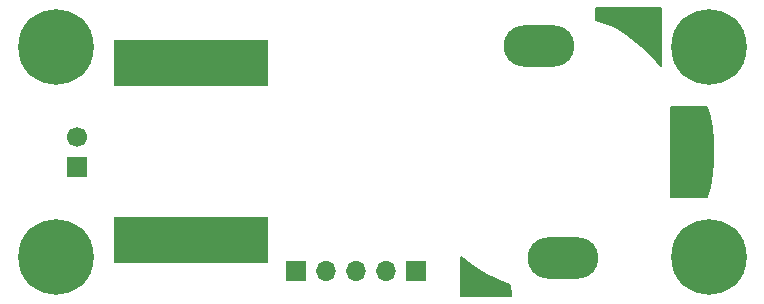
<source format=gbr>
%TF.GenerationSoftware,KiCad,Pcbnew,(5.99.0-11163-g08fb05e522)*%
%TF.CreationDate,2021-11-19T20:45:56+01:00*%
%TF.ProjectId,pumpBoard,70756d70-426f-4617-9264-2e6b69636164,rev?*%
%TF.SameCoordinates,Original*%
%TF.FileFunction,Soldermask,Bot*%
%TF.FilePolarity,Negative*%
%FSLAX46Y46*%
G04 Gerber Fmt 4.6, Leading zero omitted, Abs format (unit mm)*
G04 Created by KiCad (PCBNEW (5.99.0-11163-g08fb05e522)) date 2021-11-19 20:45:56*
%MOMM*%
%LPD*%
G01*
G04 APERTURE LIST*
%ADD10C,0.150000*%
%ADD11C,0.800000*%
%ADD12C,6.400000*%
%ADD13R,1.700000X1.700000*%
%ADD14O,1.700000X1.700000*%
%ADD15O,6.000000X3.500000*%
%ADD16C,1.700000*%
%ADD17R,13.000000X4.000000*%
G04 APERTURE END LIST*
D10*
X176911000Y-89281000D02*
X176149000Y-88392000D01*
X176149000Y-88392000D02*
X175514000Y-87757000D01*
X175514000Y-87757000D02*
X174752000Y-87122000D01*
X174752000Y-87122000D02*
X173863000Y-86487000D01*
X173863000Y-86487000D02*
X173101000Y-85979000D01*
X173101000Y-85979000D02*
X172212000Y-85598000D01*
X172212000Y-85598000D02*
X171450000Y-85344000D01*
X171450000Y-85344000D02*
X171450000Y-84328000D01*
X171450000Y-84328000D02*
X176911000Y-84328000D01*
X176911000Y-84328000D02*
X176911000Y-89281000D01*
G36*
X176911000Y-89281000D02*
G01*
X176149000Y-88392000D01*
X175514000Y-87757000D01*
X174752000Y-87122000D01*
X173863000Y-86487000D01*
X173101000Y-85979000D01*
X172212000Y-85598000D01*
X171450000Y-85344000D01*
X171450000Y-84328000D01*
X176911000Y-84328000D01*
X176911000Y-89281000D01*
G37*
X176911000Y-89281000D02*
X176149000Y-88392000D01*
X175514000Y-87757000D01*
X174752000Y-87122000D01*
X173863000Y-86487000D01*
X173101000Y-85979000D01*
X172212000Y-85598000D01*
X171450000Y-85344000D01*
X171450000Y-84328000D01*
X176911000Y-84328000D01*
X176911000Y-89281000D01*
X160758070Y-106030296D02*
X161389810Y-106451456D01*
X161389810Y-106451456D02*
X162232130Y-106918394D01*
X162232130Y-106918394D02*
X163294185Y-107421955D01*
X163294185Y-107421955D02*
X164200594Y-107788181D01*
X164200594Y-107788181D02*
X164211000Y-108712000D01*
X164211000Y-108712000D02*
X160020000Y-108712000D01*
X160020000Y-108712000D02*
X160020000Y-105410000D01*
X160020000Y-105410000D02*
X160758070Y-106030296D01*
G36*
X160758070Y-106030296D02*
G01*
X161389810Y-106451456D01*
X162232130Y-106918394D01*
X163294185Y-107421955D01*
X164200594Y-107788181D01*
X164211000Y-108712000D01*
X160020000Y-108712000D01*
X160020000Y-105410000D01*
X160758070Y-106030296D01*
G37*
X160758070Y-106030296D02*
X161389810Y-106451456D01*
X162232130Y-106918394D01*
X163294185Y-107421955D01*
X164200594Y-107788181D01*
X164211000Y-108712000D01*
X160020000Y-108712000D01*
X160020000Y-105410000D01*
X160758070Y-106030296D01*
X181102000Y-93599000D02*
X181229000Y-94488000D01*
X181229000Y-94488000D02*
X181356000Y-95504000D01*
X181356000Y-95504000D02*
X181393036Y-96165143D01*
X181393036Y-96165143D02*
X181395215Y-96764263D01*
X181395215Y-96764263D02*
X181373428Y-97339419D01*
X181373428Y-97339419D02*
X181279748Y-98315441D01*
X181279748Y-98315441D02*
X181070165Y-99481767D01*
X181070165Y-99481767D02*
X180851322Y-100334805D01*
X180851322Y-100334805D02*
X177800000Y-100330000D01*
X177800000Y-100330000D02*
X177800000Y-92710000D01*
X177800000Y-92710000D02*
X180848000Y-92710000D01*
X180848000Y-92710000D02*
X181102000Y-93599000D01*
G36*
X181102000Y-93599000D02*
G01*
X181229000Y-94488000D01*
X181356000Y-95504000D01*
X181393036Y-96165143D01*
X181395215Y-96764263D01*
X181373428Y-97339419D01*
X181279748Y-98315441D01*
X181070165Y-99481767D01*
X180851322Y-100334805D01*
X177800000Y-100330000D01*
X177800000Y-92710000D01*
X180848000Y-92710000D01*
X181102000Y-93599000D01*
G37*
X181102000Y-93599000D02*
X181229000Y-94488000D01*
X181356000Y-95504000D01*
X181393036Y-96165143D01*
X181395215Y-96764263D01*
X181373428Y-97339419D01*
X181279748Y-98315441D01*
X181070165Y-99481767D01*
X180851322Y-100334805D01*
X177800000Y-100330000D01*
X177800000Y-92710000D01*
X180848000Y-92710000D01*
X181102000Y-93599000D01*
D11*
%TO.C,H2*%
X179277944Y-85932944D03*
X180975000Y-85230000D03*
X183375000Y-87630000D03*
X178575000Y-87630000D03*
X182672056Y-89327056D03*
X179277944Y-89327056D03*
X182672056Y-85932944D03*
D12*
X180975000Y-87630000D03*
D11*
X180975000Y-90030000D03*
%TD*%
D13*
%TO.C,J2*%
X146050000Y-106618000D03*
%TD*%
%TO.C,J1*%
X156210000Y-106618000D03*
D14*
X153670000Y-106618000D03*
X151130000Y-106618000D03*
X148590000Y-106618000D03*
%TD*%
D11*
%TO.C,H1*%
X124032944Y-103712944D03*
X127427056Y-103712944D03*
D12*
X125730000Y-105410000D03*
D11*
X125730000Y-107810000D03*
X123330000Y-105410000D03*
X124032944Y-107107056D03*
X125730000Y-103010000D03*
X127427056Y-107107056D03*
X128130000Y-105410000D03*
%TD*%
%TO.C,H4*%
X124032944Y-85932944D03*
X124032944Y-89327056D03*
D12*
X125730000Y-87630000D03*
D11*
X125730000Y-90030000D03*
X125730000Y-85230000D03*
X127427056Y-85932944D03*
X123330000Y-87630000D03*
X127427056Y-89327056D03*
X128130000Y-87630000D03*
%TD*%
%TO.C,H3*%
X180975000Y-103010000D03*
D12*
X180975000Y-105410000D03*
D11*
X183375000Y-105410000D03*
X182672056Y-103712944D03*
X179277944Y-103712944D03*
X179277944Y-107107056D03*
X178575000Y-105410000D03*
X182672056Y-107107056D03*
X180975000Y-107810000D03*
%TD*%
D15*
%TO.C,J4*%
X166640000Y-87520000D03*
X168640000Y-105520000D03*
%TD*%
D16*
%TO.C,J3*%
X127508000Y-95250000D03*
D13*
X127508000Y-97790000D03*
D17*
X137160000Y-89020000D03*
X137160000Y-104020000D03*
%TD*%
M02*

</source>
